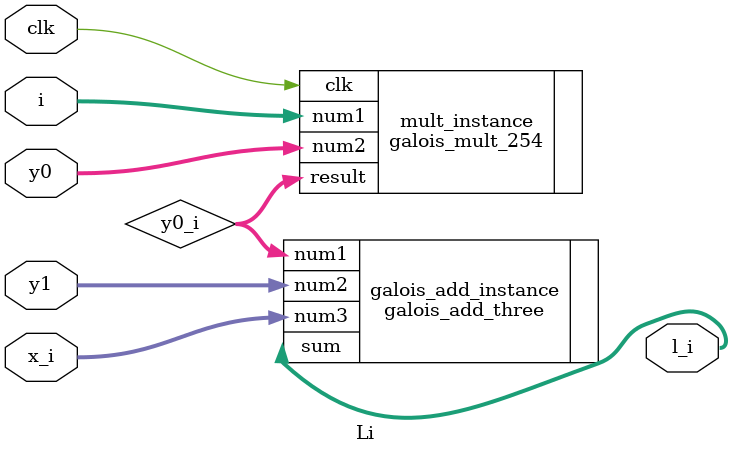
<source format=sv>
module Li #(
    parameter N_BITS = 254,
    parameter PRIME_MODULUS = 254'h30644e72e131a029b85045b68181585d2833e84879b9709143e1f593f0000001
) (
    input [4:0] i,
    input [N_BITS-1:0] y0,
    input [N_BITS-1:0] y1,
    input [N_BITS-1:0] x_i,
    output [N_BITS-1:0] l_i,
    input clk
); 
    logic [N_BITS-1:0] y0_i;
    galois_mult_254#(.N_BITS(N_BITS), .PRIME_MODULUS(PRIME_MODULUS)) mult_instance (
        .clk(clk),
        .num1(i),
        .num2(y0),
        .result(y0_i)
    );
    galois_add_three#(.N_BITS(N_BITS), .PRIME_MODULUS(PRIME_MODULUS)) galois_add_instance (
        .num1(y0_i),
        .num2(y1),
        .num3(x_i),
        .sum(l_i)
    );
endmodule
</source>
